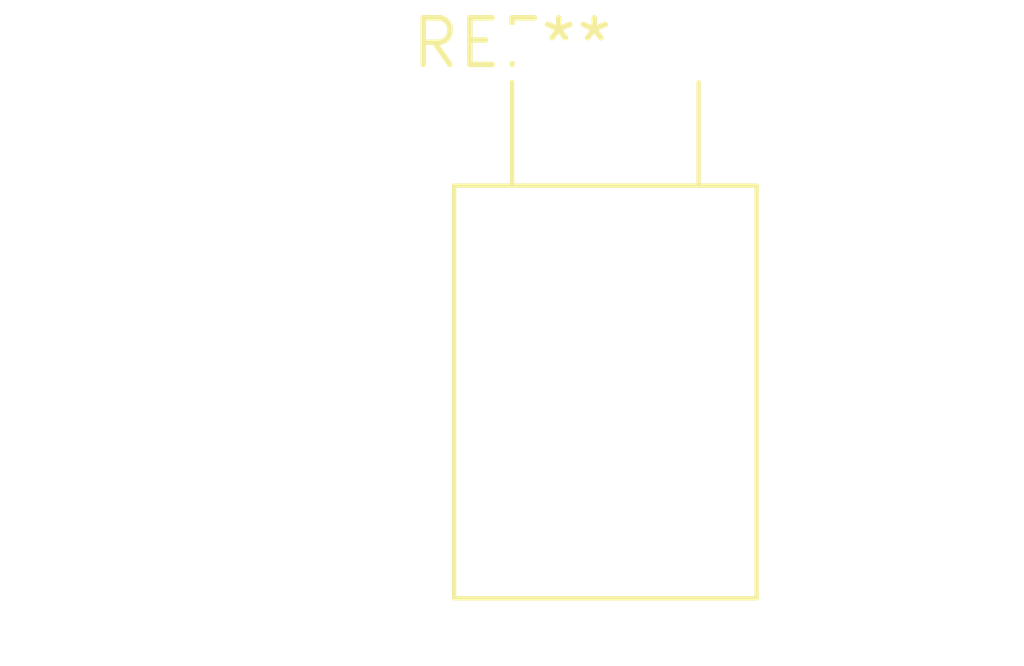
<source format=kicad_pcb>
(kicad_pcb (version 20240108) (generator pcbnew)
  (layers (0 "F.Cu" signal) (31 "B.Cu" signal) (34 "B.Paste" user) (35 "F.Paste" user) (36 "B.SilkS" user "B.Silkscreen") (37 "F.SilkS" user "F.Silkscreen") (38 "B.Mask" user) (39 "F.Mask" user) (44 "Edge.Cuts" user))
  (net 0 "")
  (footprint "TO-126-2_Horizontal_TabUp" (layer "F.Cu") (at 0 0)
    (property "Reference" "REF**")
    (property "Value" "TO-126-2_Horizontal_TabUp")
    (fp_line (start -1.58 3.88) (end -1.58 15.12) (layer "F.SilkS") (stroke (width 0.12)))
    (fp_line (start -1.58 3.88) (end 6.66 3.88) (layer "F.SilkS") (stroke (width 0.12)))
    (fp_line (start -1.58 15.12) (end 6.66 15.12) (layer "F.SilkS") (stroke (width 0.12)))
    (fp_line (start 0 1.05) (end 0 3.88) (layer "F.SilkS") (stroke (width 0.12)))
    (fp_line (start 5.08 1.066) (end 5.08 3.88) (layer "F.SilkS") (stroke (width 0.12)))
    (fp_line (start 6.66 3.88) (end 6.66 15.12) (layer "F.SilkS") (stroke (width 0.12)))
    (pad "" np_thru_hole oval (at 2.54 11.1) (size 3.2 3.2) (drill 3.2) (layers *.Cu *.Mask))
    (pad "1" thru_hole rect (at 0 0) (size 1.8 1.8) (drill 1) (layers *.Cu *.Mask) (remove_unused_layers))
    (pad "2" thru_hole oval (at 5.08 0) (size 1.8 1.8) (drill 1) (layers *.Cu *.Mask) (remove_unused_layers))
  )
)
</source>
